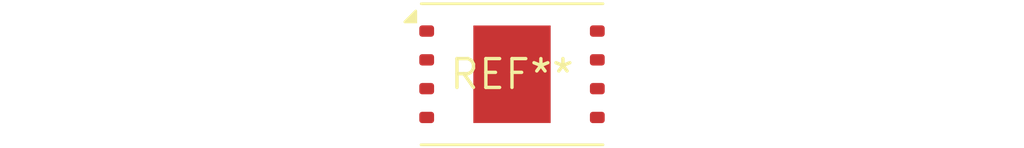
<source format=kicad_pcb>
(kicad_pcb (version 20240108) (generator pcbnew)
  (layers (0 "F.Cu" signal) (31 "B.Cu" signal) (34 "B.Paste" user) (35 "F.Paste" user) (36 "B.SilkS" user "B.Silkscreen") (37 "F.SilkS" user "F.Silkscreen") (38 "B.Mask" user) (39 "F.Mask" user) (44 "Edge.Cuts" user))
  (net 0 "")
  (footprint "WSON-8-1EP_8x6mm_P1.27mm_EP3.4x4.3mm" (layer "F.Cu") (at 0 0)
    (property "Reference" "REF**")
    (property "Value" "WSON-8-1EP_8x6mm_P1.27mm_EP3.4x4.3mm")
    (fp_line (start -4 3.11) (end 4 3.11) (layer "F.SilkS") (stroke (width 0.12)))
    (fp_line (start -3.99 -3.11) (end 4 -3.11) (layer "F.SilkS") (stroke (width 0.12)))
    (fp_poly (pts (xy -4.23 -2.31) (xy -4.71 -2.31) (xy -4.23 -2.79) (xy -4.23 -2.31)) (layer "F.SilkS") (stroke (width 0.12)) (fill solid))
    (pad "1" smd roundrect (at -3.75 -1.905) (size 0.65 0.5) (layers "F.Cu" "F.Paste" "F.Mask"))
    (pad "2" smd roundrect (at -3.75 -0.635) (size 0.65 0.5) (layers "F.Cu" "F.Paste" "F.Mask"))
    (pad "3" smd roundrect (at -3.75 0.635) (size 0.65 0.5) (layers "F.Cu" "F.Paste" "F.Mask"))
    (pad "4" smd roundrect (at -3.75 1.905) (size 0.65 0.5) (layers "F.Cu" "F.Paste" "F.Mask"))
    (pad "5" smd roundrect (at 3.75 1.905) (size 0.65 0.5) (layers "F.Cu" "F.Paste" "F.Mask"))
    (pad "6" smd roundrect (at 3.75 0.635) (size 0.65 0.5) (layers "F.Cu" "F.Paste" "F.Mask"))
    (pad "7" smd roundrect (at 3.75 -0.635) (size 0.65 0.5) (layers "F.Cu" "F.Paste" "F.Mask"))
    (pad "8" smd roundrect (at 3.75 -1.905) (size 0.65 0.5) (layers "F.Cu" "F.Paste" "F.Mask"))
    (pad "9" smd rect (at 0 0) (size 3.4 4.3) (property pad_prop_heatsink) (layers "F.Cu" "F.Mask"))
  )
)
</source>
